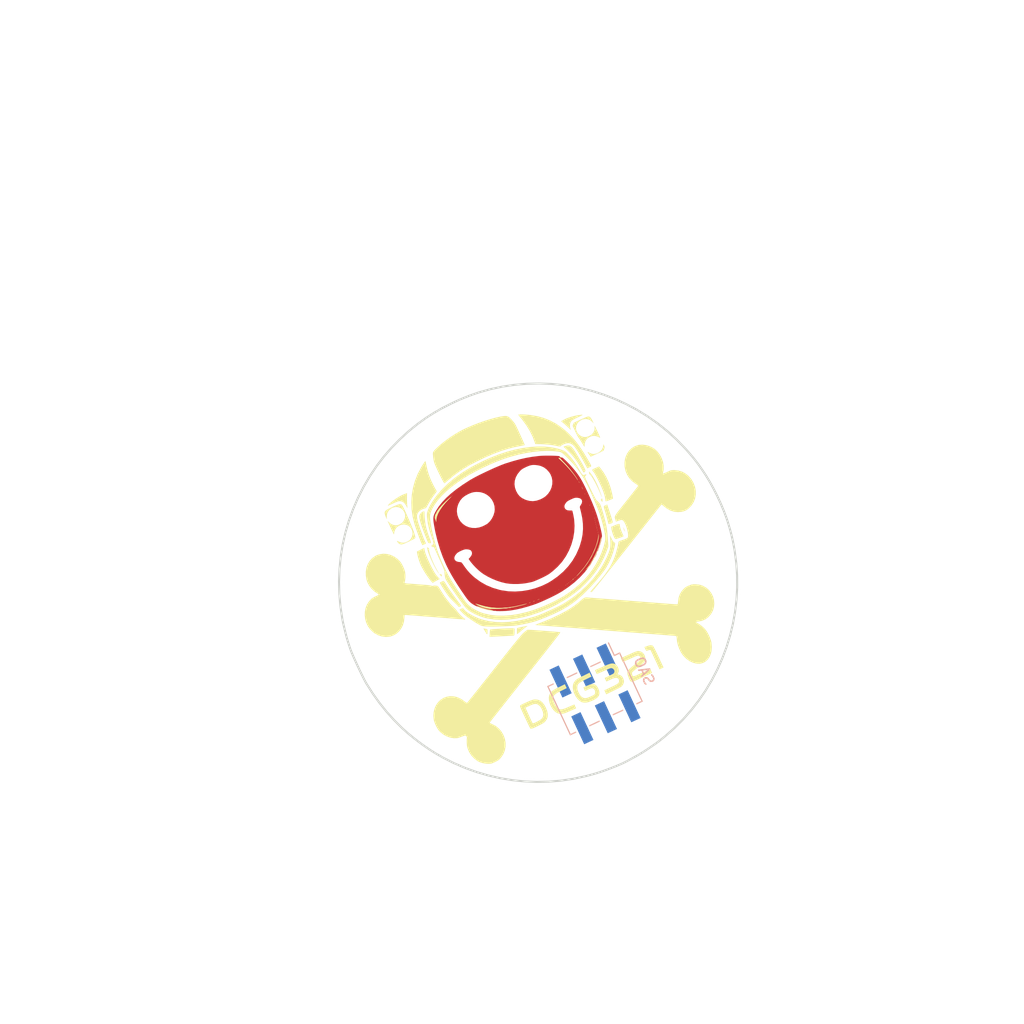
<source format=kicad_pcb>
(kicad_pcb (version 20221018) (generator pcbnew)
  (layers (0 "F.Cu" signal) (31 "B.Cu" signal) (34 "B.Paste" user) (35 "F.Paste" user) (36 "B.SilkS" user "B.Silkscreen") (37 "F.SilkS" user "F.Silkscreen") (38 "B.Mask" user) (39 "F.Mask" user) (44 "Edge.Cuts" user))
  (net 0 "")
  (footprint "LOGO" (layer "F.Cu") (at 152.544188 106.920539 25)
    (fp_text reference "G***" hide)
    (fp_text value "LOGO" hide)
    (fp_poly (pts (xy 0.48605 -12.000808) (xy 0.902262 -11.994404) (xy 1.291737 -11.982879) (xy 1.639968 -11.966232) (xy 1.932449 -11.944461) (xy 2.047716 -11.932317) (xy 2.779229 -11.833569) (xy 3.450771 -11.717624) (xy 4.078488 -11.580881) (xy 4.678524 -11.419739) (xy 5.267026 -11.230598) (xy 5.391856 -11.186554) (xy 5.558063 -11.122284) (xy 5.761312 -11.036351) (xy 5.988313 -10.935147) (xy 6.225777 -10.825063) (xy 6.460415 -10.71249) (xy 6.678935 -10.60382) (xy 6.868049 -10.505443) (xy 7.014465 -10.423751) (xy 7.104896 -10.365135) (xy 7.112252 -10.359201) (xy 7.163709 -10.311809) (xy 7.166595 -10.299728) (xy 7.160578 -10.302498) (xy 7.117632 -10.306118) (xy 7.112252 -10.293261) (xy 7.136816 -10.244582) (xy 7.193986 -10.182943) (xy 7.258982 -10.130536) (xy 7.307023 -10.109554) (xy 7.31417 -10.112439) (xy 7.336524 -10.088828) (xy 7.378468 -10.004858) (xy 7.434961 -9.873466) (xy 7.500963 -9.707586) (xy 7.571433 -9.520154) (xy 7.641332 -9.324106) (xy 7.705618 -9.132376) (xy 7.744346 -9.008442) (xy 7.854685 -8.623977) (xy 7.943021 -8.27131) (xy 8.011446 -7.934347) (xy 8.062052 -7.596995) (xy 8.09693 -7.243161) (xy 8.118174 -6.856752) (xy 8.127875 -6.421675) (xy 8.128824 -6.050907) (xy 8.122709 -5.443499) (xy 8.10808 -4.898376) (xy 8.083376 -4.400818) (xy 8.047036 -3.936102) (xy 7.9975 -3.489506) (xy 7.933207 -3.046309) (xy 7.852596 -2.591788) (xy 7.754106 -2.111221) (xy 7.672423 -1.745933) (xy 7.613716 -1.564364) (xy 7.516515 -1.37453) (xy 7.374803 -1.167809) (xy 7.182562 -0.93558) (xy 6.933776 -0.669222) (xy 6.889154 -0.623707) (xy 6.760549 -0.49451) (xy 6.658663 -0.394608) (xy 6.59165 -0.331793) (xy 6.567661 -0.313857) (xy 6.570833 -0.319477) (xy 6.600499 -0.375176) (xy 6.600298 -0.37527) (xy 6.796932 -0.561105) (xy 6.926791 -0.691741) (xy 7.072421 -0.850133) (xy 7.202783 -1.002493) (xy 7.205391 -1.005702) (xy 7.303304 -1.129016) (xy 7.383255 -1.234601) (xy 7.43153 -1.304192) (xy 7.437623 -1.314986) (xy 7.439643 -1.333121) (xy 7.405351 -1.295656) (xy 7.311672 -1.181205) (xy 7.176336 -1.022913) (xy 7.010382 -0.833517) (xy 6.824851 -0.625758) (xy 6.823329 -0.624069) (xy 6.599471 -0.375653) (xy 6.581099 -0.384182) (xy 6.522076 -0.350346) (xy 6.432876 -0.277523) (xy 6.404996 -0.251821) (xy 6.316591 -0.174327) (xy 6.248722 -0.125368) (xy 6.227105 -0.116509) (xy 6.185648 -0.085529) (xy 6.168367 -0.053175) (xy 6.181946 -0.041894) (xy 6.241133 -0.074068) (xy 6.328539 -0.139153) (xy 6.414885 -0.205893) (xy 6.462872 -0.236486) (xy 6.462375 -0.224734) (xy 6.39316 -0.153597) (xy 6.29348 -0.06947) (xy 6.181572 0.014578) (xy 6.075672 0.085477) (xy 5.994018 0.130161) (xy 5.956848 0.137513) (xy 5.906418 0.142605) (xy 5.891142 0.159458) (xy 5.88561 0.186208) (xy 5.917466 0.171998) (xy 5.951508 0.155774) (xy 5.93425 0.185138) (xy 5.917245 0.206445) (xy 5.85386 0.251978) (xy 5.811393 0.253918) (xy 5.771206 0.261022) (xy 5.769261 0.281154) (xy 5.746505 0.31828) (xy 5.712322 0.322971) (xy 5.660358 0.338944) (xy 5.654331 0.361632) (xy 5.63045 0.395918) (xy 5.595241 0.400109) (xy 5.548362 0.410209) (xy 5.548157 0.427423) (xy 5.525807 0.460872) (xy 5.442037 0.520978) (xy 5.305935 0.602655) (xy 5.126587 0.700818) (xy 4.913079 0.810381) (xy 4.674497 0.92626) (xy 4.567328 0.976362) (xy 3.922793 1.240837) (xy 3.239215 1.455581) (xy 2.508021 1.622926) (xy 1.757762 1.74059) (xy 1.473753 1.768411) (xy 1.130637 1.78936) (xy 0.746329 1.803342) (xy 0.338746 1.810264) (xy -0.074197 1.810029) (xy -0.474582 1.802544) (xy -0.844495 1.787714) (xy -1.166018 1.765445) (xy -1.257763 1.75652) (xy -1.911073 1.673308) (xy -2.531466 1.566571) (xy -3.106592 1.43888) (xy -3.624103 1.29281) (xy -3.850085 1.216324) (xy -3.86445 1.210838) (xy -2.81063 1.210838) (xy -2.805323 1.233822) (xy -2.784856 1.236612) (xy -2.753034 1.222466) (xy -2.759082 1.210838) (xy -2.804963 1.206211) (xy -2.81063 1.210838) (xy -3.86445 1.210838) (xy -3.922396 1.188708) (xy -2.961391 1.188708) (xy -2.92339 1.194899) (xy -2.873246 1.187791) (xy -2.872648 1.174594) (xy -2.924391 1.165365) (xy -2.946747 1.171542) (xy -2.961391 1.188708) (xy -3.922396 1.188708) (xy -4.023624 1.150048) (xy -3.116033 1.150048) (xy -3.078032 1.156238) (xy -3.027889 1.14913) (xy -3.02729 1.135933) (xy -3.079033 1.126704) (xy -3.101389 1.132881) (xy -3.116033 1.150048) (xy -4.023624 1.150048) (xy -4.076013 1.13004) (xy -4.120639 1.111387) (xy -3.270676 1.111387) (xy -3.232674 1.117578) (xy -3.182531 1.11047) (xy -3.181932 1.097273) (xy -3.233675 1.088044) (xy -3.256032 1.09422) (xy -3.270676 1.111387) (xy -4.120639 1.111387) (xy -4.312806 1.031063) (xy -4.546714 0.926016) (xy -4.763985 0.821523) (xy -4.950871 0.72421) (xy -5.093619 0.640701) (xy -5.178481 0.577621) (xy -5.180912 0.575169) (xy -5.23216 0.529182) (xy -5.24561 0.532345) (xy -5.242134 0.540721) (xy -5.242172 0.557802) (xy -5.280757 0.520595) (xy -5.284774 0.515955) (xy -5.349926 0.45138) (xy -5.454815 0.35903) (xy -5.577685 0.258002) (xy -5.587748 0.250032) (xy -5.727467 0.134354) (xy -5.891549 -0.009415) (xy -6.049752 -0.154619) (xy -6.085992 -0.189128) (xy -6.195965 -0.29274) (xy -6.278119 -0.366026) (xy -6.322102 -0.400005) (xy -6.325339 -0.396798) (xy -6.302532 -0.345584) (xy -6.319559 -0.348978) (xy -6.369443 -0.400047) (xy -6.445208 -0.491859) (xy -6.519852 -0.590101) (xy -6.52849 -0.60232) (xy -6.293971 -0.60232) (xy -6.284072 -0.561541) (xy -6.229025 -0.480466) (xy -6.139721 -0.372077) (xy -6.027052 -0.249351) (xy -5.901909 -0.125268) (xy -5.864758 -0.090809) (xy -5.728067 0.016693) (xy -5.53512 0.144673) (xy -5.301246 0.284385) (xy -5.041775 0.427083) (xy -4.772038 0.564023) (xy -4.507363 0.686459) (xy -4.485921 0.695774) (xy -4.325458 0.761608) (xy -4.13881 0.832735) (xy -3.941928 0.903722) (xy -3.750766 0.969133) (xy -3.581273 1.023533) (xy -3.449403 1.061489) (xy -3.371107 1.077564) (xy -3.364765 1.077747) (xy -3.373785 1.065614) (xy -3.443727 1.034118) (xy -3.562191 0.988442) (xy -3.674049 0.948475) (xy -4.279761 0.714528) (xy -4.822954 0.453607) (xy -5.315777 0.158818) (xy -5.770378 -0.176729) (xy -5.992646 -0.366872) (xy -6.114143 -0.472531) (xy -6.213467 -0.552746) (xy -6.27752 -0.597283) (xy -6.293971 -0.60232) (xy -6.52849 -0.60232) (xy -6.649182 -0.773053) (xy -6.750282 -0.938092) (xy -6.829635 -1.102232) (xy -6.893721 -1.282489) (xy -6.949021 -1.49588) (xy -7.002015 -1.759419) (xy -7.033857 -1.939662) (xy -7.142992 -2.604905) (xy -7.231303 -3.207177) (xy -7.299946 -3.757642) (xy -7.350079 -4.267458) (xy -7.382859 -4.747788) (xy -7.399444 -5.209792) (xy -7.40193 -5.472139) (xy -6.435266 -5.472139) (xy -6.37528 -5.324617) (xy -6.242178 -5.183851) (xy -6.05427 -5.06636) (xy -5.978718 -5.016687) (xy -5.935228 -4.946509) (xy -5.90784 -4.828741) (xy -5.905445 -4.813769) (xy -5.828926 -4.380525) (xy -5.741531 -4.002527) (xy -5.636719 -3.657821) (xy -5.507949 -3.324456) (xy -5.375634 -3.035382) (xy -5.054582 -2.459399) (xy -4.672179 -1.927393) (xy -4.226142 -1.436659) (xy -3.71419 -0.984491) (xy -3.522069 -0.837106) (xy -2.984654 -0.48532) (xy -2.399594 -0.187234) (xy -1.777291 0.054539) (xy -1.128142 0.237384) (xy -0.462547 0.358687) (xy 0.209095 0.415834) (xy 0.876386 0.40621) (xy 1.269193 0.367449) (xy 2.005539 0.235092) (xy 2.478354 0.100858) (xy 5.991095 0.100858) (xy 6.009901 0.112431) (xy 6.061295 0.062767) (xy 6.073348 0.047799) (xy 6.106783 0.002006) (xy 6.086763 0.011606) (xy 6.058751 0.033202) (xy 6.005208 0.080894) (xy 5.991095 0.100858) (xy 2.478354 0.100858) (xy 2.700397 0.037819) (xy 3.353394 -0.224184) (xy 3.964156 -0.550735) (xy 4.532309 -0.941648) (xy 5.057482 -1.396741) (xy 5.256544 -1.597879) (xy 5.626197 -2.021755) (xy 5.939617 -2.45771) (xy 6.20197 -2.916697) (xy 6.418426 -3.40967) (xy 6.59415 -3.947584) (xy 6.734311 -4.541391) (xy 6.790477 -4.849512) (xy 6.818676 -4.972545) (xy 6.863451 -5.04807) (xy 6.943648 -5.105867) (xy 6.95761 -5.113605) (xy 7.140097 -5.237671) (xy 7.250904 -5.374158) (xy 7.291261 -5.494546) (xy 7.277319 -5.640253) (xy 7.18932 -5.777352) (xy 7.030392 -5.901859) (xy 6.928856 -5.956447) (xy 6.825936 -5.999468) (xy 6.720138 -6.026119) (xy 6.588414 -6.039966) (xy 6.407716 -6.044574) (xy 6.358371 -6.044702) (xy 6.163732 -6.041682) (xy 6.02318 -6.030235) (xy 5.913633 -6.006782) (xy 5.812009 -5.967745) (xy 5.787266 -5.956156) (xy 5.605895 -5.845204) (xy 5.495755 -5.71774) (xy 5.451344 -5.566801) (xy 5.449847 -5.528989) (xy 5.480222 -5.371269) (xy 5.574832 -5.241852) (xy 5.738905 -5.134361) (xy 5.79417 -5.108968) (xy 5.905014 -5.057407) (xy 5.983274 -5.013781) (xy 6.005682 -4.995417) (xy 6.004119 -4.948248) (xy 5.986296 -4.844032) (xy 5.956222 -4.700341) (xy 5.917909 -4.534745) (xy 5.875367 -4.364815) (xy 5.832606 -4.208122) (xy 5.805381 -4.117878) (xy 5.585408 -3.552963) (xy 5.296082 -3.01116) (xy 4.943712 -2.499646) (xy 4.534608 -2.025597) (xy 4.075077 -1.596192) (xy 3.571428 -1.218607) (xy 3.029971 -0.900018) (xy 2.93485 -0.852355) (xy 2.391081 -0.622547) (xy 1.799349 -0.439207) (xy 1.371156 -0.34259) (xy 1.216219 -0.32182) (xy 1.006212 -0.306379) (xy 0.758258 -0.296277) (xy 0.489482 -0.291524) (xy 0.217004 -0.292128) (xy -0.04205 -0.298098) (xy -0.270559 -0.309443) (xy -0.451398 -0.326173) (xy -0.542542 -0.341574) (xy -0.767729 -0.394453) (xy -0.938778 -0.43622) (xy -1.076994 -0.472691) (xy -1.203686 -0.509684) (xy -1.340159 -0.553016) (xy -1.451066 -0.589618) (xy -1.838441 -0.73791) (xy -2.256289 -0.93344) (xy -2.533562 -1.080981) (xy -2.87405 -1.30008) (xy -3.224701 -1.579019) (xy -3.572339 -1.903926) (xy -3.903789 -2.260925) (xy -4.205873 -2.636142) (xy -4.465418 -3.015704) (xy -4.609907 -3.267346) (xy -4.75795 -3.580072) (xy -4.896367 -3.930439) (xy -5.015437 -4.290207) (xy -5.105438 -4.631139) (xy -5.140253 -4.807708) (xy -5.171404 -4.994951) (xy -4.99297 -5.071153) (xy -4.797104 -5.174539) (xy -4.671845 -5.290328) (xy -4.610641 -5.42594) (xy -4.601903 -5.51388) (xy -4.609776 -5.619246) (xy -4.644059 -5.697363) (xy -4.720746 -5.778614) (xy -4.758808 -5.811911) (xy -4.88669 -5.90086) (xy -5.02856 -5.970444) (xy -5.085212 -5.988897) (xy -5.244955 -6.015553) (xy -5.439727 -6.028599) (xy -5.641838 -6.028115) (xy -5.8236 -6.014182) (xy -5.957322 -5.986881) (xy -5.958919 -5.986336) (xy -6.183963 -5.883517) (xy -6.338864 -5.758763) (xy -6.422879 -5.619246) (xy -6.435266 -5.472139) (xy -7.40193 -5.472139) (xy -7.402102 -5.490329) (xy -7.376574 -6.256581) (xy -7.302334 -7.060356) (xy -7.182032 -7.88138) (xy -7.018318 -8.699378) (xy -6.949951 -8.984684) (xy -4.382923 -8.984684) (xy -4.342508 -8.651362) (xy -4.237105 -8.340333) (xy -4.072607 -8.058155) (xy -3.854908 -7.811388) (xy -3.5899 -7.606592) (xy -3.283478 -7.450326) (xy -2.941535 -7.349149) (xy -2.569965 -7.30962) (xy -2.533562 -7.30931) (xy -2.353923 -7.313589) (xy -2.182887 -7.325006) (xy -2.050322 -7.341363) (xy -2.022538 -7.346901) (xy -1.720499 -7.451815) (xy -1.428062 -7.618425) (xy -1.163092 -7.832839) (xy -0.943451 -8.081166) (xy -0.81809 -8.28352) (xy -0.695784 -8.605772) (xy -0.644228 -8.939728) (xy -0.649886 -9.057839) (xy 1.848959 -9.057839) (xy 1.871168 -8.725894) (xy 1.945544 -8.438236) (xy 2.079466 -8.176852) (xy 2.280311 -7.923725) (xy 2.33822 -7.863287) (xy 2.616378 -7.62569) (xy 2.917424 -7.457024) (xy 3.250671 -7.353483) (xy 3.625432 -7.311261) (xy 3.692334 -7.30992) (xy 3.878882 -7.316667) (xy 4.071215 -7.336803) (xy 4.228215 -7.365999) (xy 4.230433 -7.366573) (xy 4.570597 -7.490535) (xy 4.871107 -7.670248) (xy 5.12634 -7.897289) (xy 5.282025 -8.099918) (xy 7.6535 -8.099918) (xy 7.672831 -8.080588) (xy 7.692161 -8.099918) (xy 7.672831 -8.119248) (xy 7.6535 -8.099918) (xy 5.282025 -8.099918) (xy 5.330672 -8.163233) (xy 5.462958 -8.428533) (xy 7.576179 -8.428533) (xy 7.590324 -8.396711) (xy 7.601953 -8.402759) (xy 7.60658 -8.44864) (xy 7.601953 -8.454307) (xy 7.578969 -8.449) (xy 7.576179 -8.428533) (xy 5.462958 -8.428533) (xy 5.478477 -8.459656) (xy 5.564133 -8.778132) (xy 5.582015 -9.110237) (xy 5.5514 -9.345327) (xy 5.443552 -9.700946) (xy 5.277941 -10.006031) (xy 5.115732 -10.191422) (xy 7.006547 -10.191422) (xy 7.010628 -10.14835) (xy 7.039498 -10.049391) (xy 7.088187 -9.910023) (xy 7.141205 -9.77195) (xy 7.225197 -9.551497) (xy 7.31566 -9.298601) (xy 7.39779 -9.055157) (xy 7.427235 -8.962597) (xy 7.479405 -8.799436) (xy 7.524007 -8.669325) (xy 7.55598 -8.586425) (xy 7.56975 -8.563859) (xy 7.565157 -8.60435) (xy 7.541791 -8.703365) (xy 7.503556 -8.845511) (xy 7.460041 -8.99631) (xy 7.395447 -9.207044) (xy 7.323885 -9.429655) (xy 7.256304 -9.630492) (xy 7.2241 -9.721397) (xy 7.172408 -9.870999) (xy 7.133371 -9.998648) (xy 7.113502 -10.082537) (xy 7.112252 -10.096056) (xy 7.09126 -10.164771) (xy 7.04534 -10.201634) (xy 7.006547 -10.191422) (xy 5.115732 -10.191422) (xy 5.052594 -10.263584) (xy 4.837769 -10.430974) (xy 4.61573 -10.569098) (xy 4.421641 -10.664352) (xy 4.230892 -10.723889) (xy 4.018874 -10.75486) (xy 3.760977 -10.764419) (xy 3.690791 -10.76433) (xy 3.478091 -10.759776) (xy 3.318631 -10.74698) (xy 3.188485 -10.72257) (xy 3.063726 -10.683177) (xy 3.033561 -10.671753) (xy 2.680573 -10.499745) (xy 2.38593 -10.281841) (xy 2.152543 -10.022008) (xy 1.983325 -9.724214) (xy 1.881188 -9.392426) (xy 1.848959 -9.057839) (xy -0.649886 -9.057839) (xy -0.660259 -9.274392) (xy -0.740712 -9.598772) (xy -0.882424 -9.901873) (xy -1.08223 -10.1727) (xy -1.336966 -10.40026) (xy -1.448403 -10.473638) (xy -1.705968 -10.611404) (xy -1.948524 -10.699737) (xy -2.205811 -10.746796) (xy -2.494902 -10.760717) (xy -2.873546 -10.736689) (xy -3.204688 -10.658774) (xy -3.500596 -10.522139) (xy -3.773537 -10.321947) (xy -3.891775 -10.210203) (xy -4.103119 -9.958383) (xy -4.249774 -9.688337) (xy -4.343697 -9.377313) (xy -4.352456 -9.333738) (xy -4.382923 -8.984684) (xy -6.949951 -8.984684) (xy -6.939831 -9.026917) (xy -6.853551 -9.362296) (xy -6.777603 -9.633008) (xy -6.712973 -9.828951) (xy -6.45299 -9.828951) (xy -6.44661 -9.820314) (xy -6.416653 -9.849185) (xy -6.359512 -9.922714) (xy -6.322399 -9.974812) (xy -6.197945 -10.117752) (xy -6.013559 -10.27954) (xy -5.781413 -10.451099) (xy -5.513678 -10.623355) (xy -5.258104 -10.768411) (xy -5.087596 -10.861819) (xy -4.986978 -10.922527) (xy -4.955965 -10.9503) (xy -4.994272 -10.944906) (xy -5.101614 -10.90611) (xy -5.277706 -10.833678) (xy -5.317124 -10.816861) (xy -5.574104 -10.700934) (xy -5.802069 -10.586842) (xy -5.987662 -10.481792) (xy -6.117526 -10.392994) (xy -6.142946 -10.371227) (xy -6.21634 -10.311457) (xy -6.266986 -10.284381) (xy -6.26896 -10.284241) (xy -6.307175 -10.253452) (xy -6.354621 -10.179268) (xy -6.35531 -10.177924) (xy -6.393376 -10.087371) (xy -6.42656 -9.982516) (xy -6.448538 -9.888121) (xy -6.45299 -9.828951) (xy -6.712973 -9.828951) (xy -6.706039 -9.849973) (xy -6.632906 -10.02411) (xy -6.552254 -10.166339) (xy -6.458133 -10.287581) (xy -6.344592 -10.398754) (xy -6.205681 -10.510779) (xy -6.081731 -10.601595) (xy -5.654806 -10.873816) (xy -5.405997 -10.999461) (xy -4.833867 -10.999461) (xy -4.814536 -10.980131) (xy -4.795206 -10.999461) (xy -4.814536 -11.018792) (xy -4.833867 -10.999461) (xy -5.405997 -10.999461) (xy -5.174363 -11.116433) (xy -4.6371 -11.330462) (xy -4.039714 -11.516921) (xy -3.378905 -11.676825) (xy -2.651369 -11.811191) (xy -1.853806 -11.921035) (xy -1.760351 -11.931812) (xy -1.488348 -11.95609) (xy -1.156045 -11.975259) (xy -0.777947 -11.989317) (xy -0.368561 -11.998263) (xy 0.057607 -12.002094)) (fill solid) (layer "F.Cu"))
    (fp_poly (pts (xy 0.661435 -19.481653) (xy 1.613503 -19.433089) (xy 2.527734 -19.341938) (xy 2.609589 -19.331355) (xy 3.781847 -19.13803) (xy 4.944219 -18.86968) (xy 6.09146 -18.528458) (xy 7.218328 -18.11652) (xy 8.319578 -17.636022) (xy 9.389968 -17.089119) (xy 10.424252 -16.477966) (xy 11.417188 -15.804718) (xy 11.702031 -15.594118) (xy 12.652894 -14.829425) (xy 13.551118 -14.009946) (xy 14.394523 -13.138864) (xy 15.180929 -12.219362) (xy 15.908156 -11.254623) (xy 16.574023 -10.24783) (xy 17.176349 -9.202165) (xy 17.712953 -8.120813) (xy 18.181656 -7.006956) (xy 18.580277 -5.863777) (xy 18.7432 -5.31583) (xy 18.813163 -5.065323) (xy 18.867422 -4.866077) (xy 18.911876 -4.695112) (xy 18.952425 -4.529448) (xy 18.994967 -4.346103) (xy 19.016117 -4.252664) (xy 19.059049 -4.059801) (xy 19.090197 -3.912906) (xy 19.115537 -3.782692) (xy 19.140371 -3.64376) (xy 19.168674 -3.481541) (xy 19.200523 -3.299881) (xy 19.214848 -3.218494) (xy 19.315135 -2.545581) (xy 19.390247 -1.817886) (xy 19.439818 -1.053861) (xy 19.463481 -0.271957) (xy 19.460867 0.509373) (xy 19.431609 1.271678) (xy 19.37534 1.996505) (xy 19.327081 2.416286) (xy 19.228967 3.094715) (xy 19.117394 3.725679) (xy 18.986343 4.338673) (xy 18.829796 4.963195) (xy 18.743423 5.277169) (xy 18.378186 6.431598) (xy 17.94431 7.553977) (xy 17.444332 8.641786) (xy 16.880787 9.692507) (xy 16.256212 10.70362) (xy 15.573144 11.672606) (xy 14.834119 12.596945) (xy 14.041674 13.474118) (xy 13.198345 14.301605) (xy 12.306668 15.076887) (xy 11.369181 15.797445) (xy 10.388419 16.46076) (xy 9.36692 17.064311) (xy 8.307219 17.60558) (xy 7.211853 18.082048) (xy 6.083359 18.491194) (xy 5.161329 18.767553) (xy 4.745662 18.878385) (xy 4.392793 18.967049) (xy 4.09224 19.036046) (xy 3.833519 19.087872) (xy 3.769406 19.099258) (xy 3.337122 19.172747) (xy 2.964679 19.23331) (xy 2.636037 19.282875) (xy 2.335157 19.323368) (xy 2.045998 19.356717) (xy 1.752522 19.384849) (xy 1.438687 19.409692) (xy 1.088454 19.433172) (xy 0.889193 19.44533) (xy 0.526907 19.464665) (xy 0.213675 19.475498) (xy -0.077552 19.477781) (xy -0.373821 19.471465) (xy -0.702183 19.456501) (xy -0.947184 19.442017) (xy -1.468833 19.405978) (xy -1.934059 19.366084) (xy -2.36375 19.319703) (xy -2.778796 19.264205) (xy -3.200084 19.196958) (xy -3.648503 19.115331) (xy -3.846728 19.076764) (xy -5.010409 18.807676) (xy -6.152838 18.46562) (xy -7.270646 18.052853) (xy -8.360468 17.57163) (xy -9.418934 17.024209) (xy -10.442679 16.412845) (xy -11.428335 15.739794) (xy -12.372534 15.007314) (xy -13.271909 14.217659) (xy -14.123093 13.373088) (xy -14.922719 12.475855) (xy -15.667419 11.528217) (xy -16.161685 10.824962) (xy -16.494085 10.305797) (xy -16.829966 9.738219) (xy -17.158939 9.141947) (xy -17.470616 8.536703) (xy -17.754609 7.942209) (xy -18.00053 7.378184) (xy -18.075983 7.190867) (xy -18.451006 6.160035) (xy -18.764527 5.128033) (xy -19.020182 4.079901) (xy -19.221605 3.000679) (xy -19.372429 1.875405) (xy -19.376687 1.836377) (xy -19.39161 1.651383) (xy -19.403943 1.403943) (xy -19.413686 1.106242) (xy -19.420836 0.770467) (xy -19.425391 0.408804) (xy -19.42735 0.033437) (xy -19.426711 -0.343445) (xy -19.423472 -0.709659) (xy -19.417631 -1.053018) (xy -19.409187 -1.361336) (xy -19.398138 -1.622426) (xy -19.384482 -1.824104) (xy -19.377228 -1.894369) (xy -19.33727 -2.222277) (xy -19.304248 -2.488002) (xy -19.275896 -2.70613) (xy -19.249951 -2.89125) (xy -19.224147 -3.057949) (xy -19.19622 -3.220816) (xy -19.163906 -3.394437) (xy -19.12494 -3.593402) (xy -19.077057 -3.832297) (xy -19.074151 -3.846728) (xy -19.034673 -4.042905) (xy -18.99929 -4.218975) (xy -18.971564 -4.357203) (xy -18.955054 -4.43985) (xy -18.953842 -4.445967) (xy -18.935939 -4.524806) (xy -18.903719 -4.656305) (xy -18.862651 -4.818379) (xy -18.839061 -4.909528) (xy -18.492749 -6.086422) (xy -18.076653 -7.231891) (xy -17.592677 -8.343478) (xy -17.04273 -9.418723) (xy -16.428716 -10.455165) (xy -15.752543 -11.450347) (xy -15.016117 -12.401809) (xy -14.221344 -13.307091) (xy -13.370131 -14.163734) (xy -12.464383 -14.969279) (xy -11.506007 -15.721266) (xy -10.49691 -16.417236) (xy -9.438997 -17.05473) (xy -9.413851 -17.068828) (xy -8.431818 -17.578273) (xy -7.401241 -18.036342) (xy -6.335058 -18.438545) (xy -5.246209 -18.780392) (xy -4.147632 -19.057393) (xy -3.112177 -19.25552) (xy -2.215275 -19.374565) (xy -1.273605 -19.452117) (xy -0.307818 -19.487904)) (stroke (width 0.2)) (fill none) (layer "Edge.Cuts"))
  )
  (footprint "Connector_PinSocket_2.54mm:PinSocket_2x03_P2.54mm_Vertical_SMD" (layer "B.Cu") (at 158.104188 117.770539 115)
    (fp_text reference "SAO" (at 0 5.31 115) (layer "B.SilkS") (effects (justify mirror)))
    (fp_text value "Conn_02x03_Top_Bottom" hide)
    (pad "1" smd rect (at 2.52 2.54 115) (size 3 1) (layers "B.Cu" "B.Paste" "B.Mask"))
    (pad "2" smd rect (at -2.52 2.54 115) (size 3 1) (layers "B.Cu" "B.Paste" "B.Mask"))
    (pad "3" smd rect (at 2.52 0 115) (size 3 1) (layers "B.Cu" "B.Paste" "B.Mask"))
    (pad "4" smd rect (at -2.52 0 115) (size 3 1) (layers "B.Cu" "B.Paste" "B.Mask"))
    (pad "5" smd rect (at 2.52 -2.54 115) (size 3 1) (layers "B.Cu" "B.Paste" "B.Mask"))
    (pad "6" smd rect (at -2.52 -2.54 115) (size 3 1) (layers "B.Cu" "B.Paste" "B.Mask"))
  )
)
</source>
